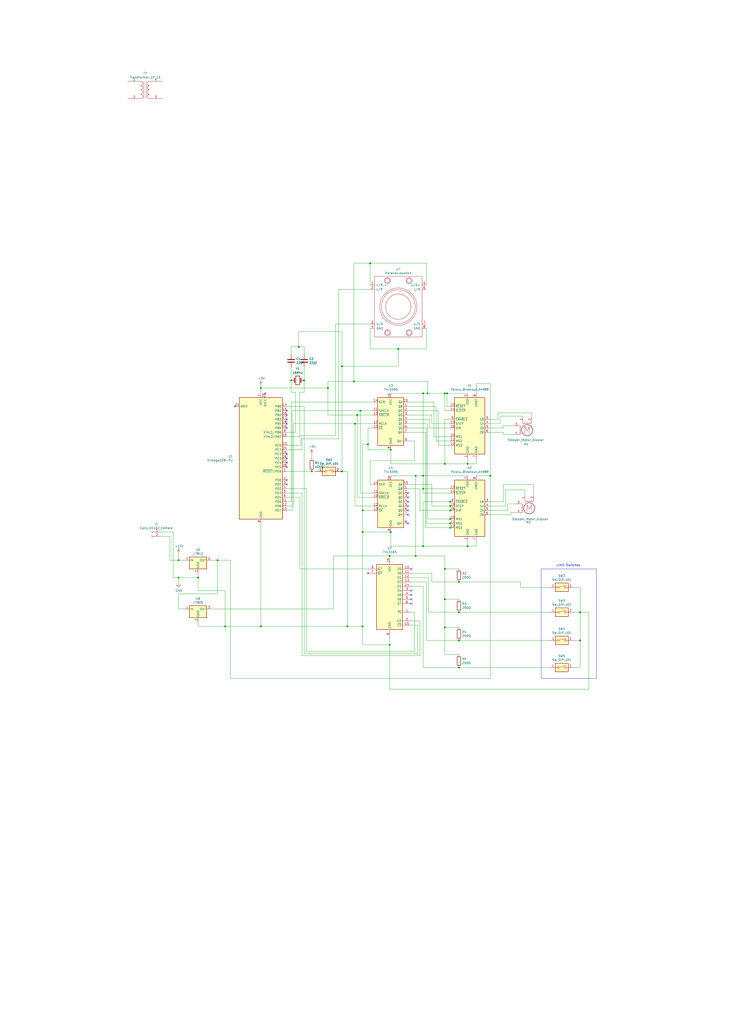
<source format=kicad_sch>
(kicad_sch (version 20230121) (generator eeschema)
  (paper "User" 431.8 599.999)
  (lib_symbols
    (symbol "74xx:74LS165"
      (property "Reference" "U" (at -7.62 19.05 0))
      (property "Value" "74LS165" (at -7.62 -21.59 0))
      (symbol "74LS165_1_0"
        (pin input line (at -12.7 -10.16 0) (length 5.08) (name "~{PL}") (number "1"))
        (pin input line (at -12.7 15.24 0) (length 5.08) (name "DS") (number "10"))
        (pin input line (at -12.7 12.7 0) (length 5.08) (name "D0") (number "11"))
        (pin input line (at -12.7 10.16 0) (length 5.08) (name "D1") (number "12"))
        (pin input line (at -12.7 7.62 0) (length 5.08) (name "D2") (number "13"))
        (pin input line (at -12.7 5.08 0) (length 5.08) (name "D3") (number "14"))
        (pin input line (at -12.7 -17.78 0) (length 5.08) (name "~{CE}") (number "15"))
        (pin power_in line (at 0 22.86 270) (length 5.08) (name "VCC") (number "16"))
        (pin input line (at -12.7 -15.24 0) (length 5.08) (name "CP") (number "2"))
        (pin input line (at -12.7 2.54 0) (length 5.08) (name "D4") (number "3"))
        (pin input line (at -12.7 0 0) (length 5.08) (name "D5") (number "4"))
        (pin input line (at -12.7 -2.54 0) (length 5.08) (name "D6") (number "5"))
        (pin input line (at -12.7 -5.08 0) (length 5.08) (name "D7") (number "6"))
        (pin output line (at 12.7 12.7 180) (length 5.08) (name "~{Q7}") (number "7"))
        (pin power_in line (at 0 -25.4 90) (length 5.08) (name "GND") (number "8"))
        (pin output line (at 12.7 15.24 180) (length 5.08) (name "Q7") (number "9"))
      )
      (symbol "74LS165_1_1"
        (rectangle (start -7.62 17.78) (end 7.62 -20.32) (stroke (width 0.254)) (fill (type background)))
      )
    )
    (symbol "74xx:74LS595"
      (property "Reference" "U" (at -7.62 13.97 0))
      (property "Value" "74LS595" (at -7.62 -16.51 0))
      (symbol "74LS595_1_0"
        (pin tri_state line (at 10.16 7.62 180) (length 2.54) (name "QB") (number "1"))
        (pin input line (at -10.16 2.54 0) (length 2.54) (name "~{SRCLR}") (number "10"))
        (pin input line (at -10.16 5.08 0) (length 2.54) (name "SRCLK") (number "11"))
        (pin input line (at -10.16 -2.54 0) (length 2.54) (name "RCLK") (number "12"))
        (pin input line (at -10.16 -5.08 0) (length 2.54) (name "~{OE}") (number "13"))
        (pin input line (at -10.16 10.16 0) (length 2.54) (name "SER") (number "14"))
        (pin tri_state line (at 10.16 10.16 180) (length 2.54) (name "QA") (number "15"))
        (pin power_in line (at 0 15.24 270) (length 2.54) (name "VCC") (number "16"))
        (pin tri_state line (at 10.16 5.08 180) (length 2.54) (name "QC") (number "2"))
        (pin tri_state line (at 10.16 2.54 180) (length 2.54) (name "QD") (number "3"))
        (pin tri_state line (at 10.16 0 180) (length 2.54) (name "QE") (number "4"))
        (pin tri_state line (at 10.16 -2.54 180) (length 2.54) (name "QF") (number "5"))
        (pin tri_state line (at 10.16 -5.08 180) (length 2.54) (name "QG") (number "6"))
        (pin tri_state line (at 10.16 -7.62 180) (length 2.54) (name "QH") (number "7"))
        (pin power_in line (at 0 -17.78 90) (length 2.54) (name "GND") (number "8"))
        (pin output line (at 10.16 -12.7 180) (length 2.54) (name "QH'") (number "9"))
      )
      (symbol "74LS595_1_1"
        (rectangle (start -7.62 12.7) (end 7.62 -15.24) (stroke (width 0.254)) (fill (type background)))
      )
    )
    (symbol "ClawMachine-rescue:ATmega328-PU-MCU_Microchip_ATmega"
      (property "Reference" "U" (at -12.7 36.83 0))
      (property "Value" "MCU_Microchip_ATmega_ATmega328-PU" (at 2.54 -36.83 0))
      (symbol "ATmega328-PU-MCU_Microchip_ATmega_0_1"
        (rectangle (start -12.7 -35.56) (end 12.7 35.56) (stroke (width 0.254)) (fill (type background)))
      )
      (symbol "ATmega328-PU-MCU_Microchip_ATmega_1_1"
        (pin bidirectional line (at 15.24 -7.62 180) (length 2.54) (name "~{RESET}/PC6") (number "1"))
        (pin bidirectional line (at 15.24 12.7 180) (length 2.54) (name "XTAL2/PB7") (number "10"))
        (pin bidirectional line (at 15.24 -25.4 180) (length 2.54) (name "PD5") (number "11"))
        (pin bidirectional line (at 15.24 -27.94 180) (length 2.54) (name "PD6") (number "12"))
        (pin bidirectional line (at 15.24 -30.48 180) (length 2.54) (name "PD7") (number "13"))
        (pin bidirectional line (at 15.24 30.48 180) (length 2.54) (name "PB0") (number "14"))
        (pin bidirectional line (at 15.24 27.94 180) (length 2.54) (name "PB1") (number "15"))
        (pin bidirectional line (at 15.24 25.4 180) (length 2.54) (name "PB2") (number "16"))
        (pin bidirectional line (at 15.24 22.86 180) (length 2.54) (name "PB3") (number "17"))
        (pin bidirectional line (at 15.24 20.32 180) (length 2.54) (name "PB4") (number "18"))
        (pin bidirectional line (at 15.24 17.78 180) (length 2.54) (name "PB5") (number "19"))
        (pin bidirectional line (at 15.24 -12.7 180) (length 2.54) (name "PD0") (number "2"))
        (pin power_in line (at 2.54 38.1 270) (length 2.54) (name "AVCC") (number "20"))
        (pin passive line (at -15.24 30.48 0) (length 2.54) (name "AREF") (number "21"))
        (pin passive line (at 0 -38.1 90) (length 2.54) hide (name "GND") (number "22"))
        (pin bidirectional line (at 15.24 7.62 180) (length 2.54) (name "PC0") (number "23"))
        (pin bidirectional line (at 15.24 5.08 180) (length 2.54) (name "PC1") (number "24"))
        (pin bidirectional line (at 15.24 2.54 180) (length 2.54) (name "PC2") (number "25"))
        (pin bidirectional line (at 15.24 0 180) (length 2.54) (name "PC3") (number "26"))
        (pin bidirectional line (at 15.24 -2.54 180) (length 2.54) (name "PC4") (number "27"))
        (pin bidirectional line (at 15.24 -5.08 180) (length 2.54) (name "PC5") (number "28"))
        (pin bidirectional line (at 15.24 -15.24 180) (length 2.54) (name "PD1") (number "3"))
        (pin bidirectional line (at 15.24 -17.78 180) (length 2.54) (name "PD2") (number "4"))
        (pin bidirectional line (at 15.24 -20.32 180) (length 2.54) (name "PD3") (number "5"))
        (pin bidirectional line (at 15.24 -22.86 180) (length 2.54) (name "PD4") (number "6"))
        (pin power_in line (at 0 38.1 270) (length 2.54) (name "VCC") (number "7"))
        (pin power_in line (at 0 -38.1 90) (length 2.54) (name "GND") (number "8"))
        (pin bidirectional line (at 15.24 15.24 180) (length 2.54) (name "XTAL1/PB6") (number "9"))
      )
    )
    (symbol "ClawMachine-rescue:Conn_01x02_Female-Connector" (pin_names (offset 1.016) hide)
      (property "Reference" "J" (at 0 2.54 0))
      (property "Value" "Connector_Conn_01x02_Female" (at 0 -5.08 0))
      (symbol "Conn_01x02_Female-Connector_1_1"
        (arc (start 0 -2.032) (mid -0.5058 -2.54) (end 0 -3.048) (stroke (width 0.1524)))
        (polyline (pts (xy -1.27 -2.54) (xy -0.508 -2.54)) (stroke (width 0.1524)))
        (polyline (pts (xy -1.27 0) (xy -0.508 0)) (stroke (width 0.1524)))
        (arc (start 0 0.508) (mid -0.5058 0) (end 0 -0.508) (stroke (width 0.1524)))
        (pin passive line (at -5.08 0 0) (length 3.81) (name "Pin_1") (number "1"))
        (pin passive line (at -5.08 -2.54 0) (length 3.81) (name "Pin_2") (number "2"))
      )
    )
    (symbol "ClawMachine-rescue:ParallaxJoystick-Connector" (pin_names (offset 1.016))
      (property "Reference" "U" (at 0 0 0))
      (property "Value" "Connector_ParallaxJoystick" (at 0 19.05 0))
      (symbol "ParallaxJoystick-Connector_0_1"
        (rectangle (start -13.97 17.78) (end 13.97 -17.78))
        (circle (center -6.35 -15.24) (radius 1.27))
        (circle (center -6.35 -15.24) (radius 1.8034))
        (circle (center -6.35 15.24) (radius 1.27))
        (circle (center -6.35 15.24) (radius 1.8034))
        (circle (center 0 0) (radius 7.4168))
        (circle (center 0 0) (radius 9.9314))
        (circle (center 0 0) (radius 10.922))
        (circle (center 6.35 -15.24) (radius 1.27))
        (circle (center 6.35 -15.24) (radius 1.8034))
        (circle (center 6.35 15.24) (radius 1.27))
        (circle (center 6.35 15.24) (radius 1.8034))
      )
      (symbol "ParallaxJoystick-Connector_1_1"
        (pin output line (at -16.51 12.7 0) (length 2.54) (name "L/R_+") (number "1"))
        (pin output line (at -16.51 10.16 0) (length 2.54) (name "L/R") (number "2"))
        (pin output line (at -16.51 -10.16 0) (length 2.54) (name "U/D") (number "3"))
        (pin output line (at -16.51 -12.7 0) (length 2.54) (name "GND") (number "4"))
        (pin output line (at 16.51 12.7 180) (length 2.54) (name "U/D+") (number "5"))
        (pin output line (at 16.51 10.16 180) (length 2.54) (name "L/R") (number "6"))
        (pin output line (at 16.51 -10.16 180) (length 2.54) (name "U/D") (number "7"))
        (pin output line (at 16.51 -12.7 180) (length 2.54) (name "GND") (number "8"))
      )
    )
    (symbol "Device:C" (pin_numbers hide) (pin_names (offset 0.254))
      (property "Reference" "C" (at 0.635 2.54 0))
      (property "Value" "C" (at 0.635 -2.54 0))
      (symbol "C_0_1"
        (polyline (pts (xy -2.032 -0.762) (xy 2.032 -0.762)) (stroke (width 0.508)))
        (polyline (pts (xy -2.032 0.762) (xy 2.032 0.762)) (stroke (width 0.508)))
      )
      (symbol "C_1_1"
        (pin passive line (at 0 3.81 270) (length 2.794) (name "~") (number "1"))
        (pin passive line (at 0 -3.81 90) (length 2.794) (name "~") (number "2"))
      )
    )
    (symbol "Device:Crystal" (pin_numbers hide) (pin_names (offset 1.016) hide)
      (property "Reference" "Y" (at 0 3.81 0))
      (property "Value" "Crystal" (at 0 -3.81 0))
      (symbol "Crystal_0_1"
        (rectangle (start -1.143 2.54) (end 1.143 -2.54) (stroke (width 0.3048)))
        (polyline (pts (xy -2.54 0) (xy -1.905 0)))
        (polyline (pts (xy -1.905 -1.27) (xy -1.905 1.27)) (stroke (width 0.508)))
        (polyline (pts (xy 1.905 -1.27) (xy 1.905 1.27)) (stroke (width 0.508)))
        (polyline (pts (xy 2.54 0) (xy 1.905 0)))
      )
      (symbol "Crystal_1_1"
        (pin passive line (at -3.81 0 0) (length 1.27) (name "1") (number "1"))
        (pin passive line (at 3.81 0 180) (length 1.27) (name "2") (number "2"))
      )
    )
    (symbol "Device:R" (pin_numbers hide) (pin_names (offset 0))
      (property "Reference" "R" (at 2.032 0 90))
      (property "Value" "R" (at 0 0 90))
      (symbol "R_0_1"
        (rectangle (start -1.016 -2.54) (end 1.016 2.54) (stroke (width 0.254)))
      )
      (symbol "R_1_1"
        (pin passive line (at 0 3.81 270) (length 1.27) (name "~") (number "1"))
        (pin passive line (at 0 -3.81 90) (length 1.27) (name "~") (number "2"))
      )
    )
    (symbol "Device:Transformer_1P_1S" (pin_names (offset 1.016) hide)
      (property "Reference" "T" (at 0 6.35 0))
      (property "Value" "Transformer_1P_1S" (at 0 -7.62 0))
      (symbol "Transformer_1P_1S_0_1"
        (arc (start -2.54 -5.0546) (mid -1.6599 -4.6901) (end -1.27 -3.81))
        (arc (start -2.54 -2.5146) (mid -1.6599 -2.1501) (end -1.27 -1.27))
        (arc (start -2.54 0.0254) (mid -1.6599 0.3899) (end -1.27 1.27))
        (arc (start -2.54 2.5654) (mid -1.6599 2.9299) (end -1.27 3.81))
        (arc (start -1.27 -3.81) (mid -1.642 -2.912) (end -2.54 -2.54))
        (arc (start -1.27 -1.27) (mid -1.642 -0.372) (end -2.54 0))
        (arc (start -1.27 1.27) (mid -1.642 2.168) (end -2.54 2.54))
        (arc (start -1.27 3.81) (mid -1.642 4.708) (end -2.54 5.08))
        (polyline (pts (xy -0.635 5.08) (xy -0.635 -5.08)))
        (polyline (pts (xy 0.635 -5.08) (xy 0.635 5.08)))
        (arc (start 1.2954 -1.27) (mid 1.6599 -2.1501) (end 2.54 -2.5146))
        (arc (start 1.2954 1.27) (mid 1.6599 0.3899) (end 2.54 0.0254))
        (arc (start 1.2954 3.81) (mid 1.6599 2.9299) (end 2.54 2.5654))
        (arc (start 1.3208 -3.81) (mid 1.6853 -4.6901) (end 2.5654 -5.0546))
        (arc (start 2.54 0) (mid 1.642 -0.372) (end 1.2954 -1.27))
        (arc (start 2.54 2.54) (mid 1.642 2.168) (end 1.2954 1.27))
        (arc (start 2.54 5.08) (mid 1.642 4.708) (end 1.2954 3.81))
        (arc (start 2.5654 -2.54) (mid 1.6674 -2.912) (end 1.3208 -3.81))
      )
      (symbol "Transformer_1P_1S_1_1"
        (pin passive line (at -10.16 5.08 0) (length 7.62) (name "AA") (number "1"))
        (pin passive line (at -10.16 -5.08 0) (length 7.62) (name "AB") (number "2"))
        (pin passive line (at 10.16 -5.08 180) (length 7.62) (name "SA") (number "3"))
        (pin passive line (at 10.16 5.08 180) (length 7.62) (name "SB") (number "4"))
      )
    )
    (symbol "Driver_Motor:Pololu_Breakout_A4988"
      (property "Reference" "A" (at -2.54 19.05 0))
      (property "Value" "Pololu_Breakout_A4988" (at -2.54 16.51 0))
      (symbol "Pololu_Breakout_A4988_0_1"
        (rectangle (start 10.16 -17.78) (end -7.62 15.24) (stroke (width 0.254)) (fill (type background)))
      )
      (symbol "Pololu_Breakout_A4988_1_1"
        (pin power_in line (at 0 -20.32 90) (length 2.54) (name "GND") (number "1"))
        (pin input line (at -10.16 -7.62 0) (length 2.54) (name "MS1") (number "10"))
        (pin input line (at -10.16 -10.16 0) (length 2.54) (name "MS2") (number "11"))
        (pin input line (at -10.16 -12.7 0) (length 2.54) (name "MS3") (number "12"))
        (pin input line (at -10.16 10.16 0) (length 2.54) (name "~{RESET}") (number "13"))
        (pin input line (at -10.16 7.62 0) (length 2.54) (name "~{SLEEP}") (number "14"))
        (pin input line (at -10.16 0 0) (length 2.54) (name "STEP") (number "15"))
        (pin input line (at -10.16 -2.54 0) (length 2.54) (name "DIR") (number "16"))
        (pin power_in line (at 0 17.78 270) (length 2.54) (name "VDD") (number "2"))
        (pin output line (at 12.7 2.54 180) (length 2.54) (name "1B") (number "3"))
        (pin output line (at 12.7 0 180) (length 2.54) (name "1A") (number "4"))
        (pin output line (at 12.7 -2.54 180) (length 2.54) (name "2A") (number "5"))
        (pin output line (at 12.7 -5.08 180) (length 2.54) (name "2B") (number "6"))
        (pin power_in line (at 5.08 -20.32 90) (length 2.54) (name "GND") (number "7"))
        (pin power_in line (at 5.08 17.78 270) (length 2.54) (name "VMOT") (number "8"))
        (pin input line (at -10.16 2.54 0) (length 2.54) (name "~{ENABLE}") (number "9"))
      )
    )
    (symbol "Motor:Stepper_Motor_bipolar" (pin_names (offset 0) hide)
      (property "Reference" "M" (at 3.81 2.54 0))
      (property "Value" "Stepper_Motor_bipolar" (at 3.81 1.27 0))
      (symbol "Stepper_Motor_bipolar_0_0"
        (polyline (pts (xy -1.27 -1.778) (xy -1.27 2.032) (xy 0 -0.508) (xy 1.27 2.032) (xy 1.27 -1.778)))
      )
      (symbol "Stepper_Motor_bipolar_0_1"
        (arc (start -4.445 -2.54) (mid -3.8127 -1.905) (end -4.445 -1.27))
        (arc (start -4.445 -1.27) (mid -3.8127 -0.635) (end -4.445 0))
        (arc (start -4.445 0) (mid -3.8127 0.635) (end -4.445 1.27))
        (arc (start -4.445 1.27) (mid -3.8127 1.905) (end -4.445 2.54))
        (arc (start -2.54 4.445) (mid -1.905 3.8127) (end -1.27 4.445))
        (arc (start -1.27 4.445) (mid -0.635 3.8127) (end 0 4.445))
        (polyline (pts (xy -5.08 -2.54) (xy -4.445 -2.54)))
        (polyline (pts (xy -5.08 2.54) (xy -4.445 2.54)))
        (polyline (pts (xy -2.54 5.08) (xy -2.54 4.445)))
        (polyline (pts (xy 2.54 5.08) (xy 2.54 4.445)))
        (circle (center 0 0) (radius 3.2512) (stroke (width 0.254)))
        (arc (start 0 4.445) (mid 0.635 3.8127) (end 1.27 4.445))
        (arc (start 1.27 4.445) (mid 1.905 3.8127) (end 2.54 4.445))
      )
      (symbol "Stepper_Motor_bipolar_1_1"
        (pin passive line (at -2.54 7.62 270) (length 2.54) (name "~") (number "1"))
        (pin passive line (at 2.54 7.62 270) (length 2.54) (name "-") (number "2"))
        (pin passive line (at -7.62 2.54 0) (length 2.54) (name "~") (number "3"))
        (pin passive line (at -7.62 -2.54 0) (length 2.54) (name "~") (number "4"))
      )
    )
    (symbol "Regulator_Linear:L7805" (pin_names (offset 0.254))
      (property "Reference" "U" (at -3.81 3.175 0))
      (property "Value" "L7805" (at 0 3.175 0))
      (symbol "L7805_0_1"
        (rectangle (start -5.08 1.905) (end 5.08 -5.08) (stroke (width 0.254)) (fill (type background)))
      )
      (symbol "L7805_1_1"
        (pin power_in line (at -7.62 0 0) (length 2.54) (name "IN") (number "1"))
        (pin power_in line (at 0 -7.62 90) (length 2.54) (name "GND") (number "2"))
        (pin power_out line (at 7.62 0 180) (length 2.54) (name "OUT") (number "3"))
      )
    )
    (symbol "Regulator_Linear:L7812" (pin_names (offset 0.254))
      (property "Reference" "U" (at -3.81 3.175 0))
      (property "Value" "L7812" (at 0 3.175 0))
      (symbol "L7812_0_1"
        (rectangle (start -5.08 1.905) (end 5.08 -5.08) (stroke (width 0.254)) (fill (type background)))
      )
      (symbol "L7812_1_1"
        (pin power_in line (at -7.62 0 0) (length 2.54) (name "IN") (number "1"))
        (pin power_in line (at 0 -7.62 90) (length 2.54) (name "GND") (number "2"))
        (pin power_out line (at 7.62 0 180) (length 2.54) (name "OUT") (number "3"))
      )
    )
    (symbol "Switch:SW_DIP_x01" (pin_names (offset 0) hide)
      (property "Reference" "SW" (at 0 3.81 0))
      (property "Value" "SW_DIP_x01" (at 0 -3.81 0))
      (symbol "SW_DIP_x01_0_0"
        (circle (center -2.032 0) (radius 0.508))
        (polyline (pts (xy -1.524 0.127) (xy 2.3622 1.1684)))
        (circle (center 2.032 0) (radius 0.508))
      )
      (symbol "SW_DIP_x01_0_1"
        (rectangle (start -3.81 2.54) (end 3.81 -2.54) (stroke (width 0.254)) (fill (type background)))
      )
      (symbol "SW_DIP_x01_1_1"
        (pin passive line (at -7.62 0 0) (length 5.08) (name "~") (number "1"))
        (pin passive line (at 7.62 0 180) (length 5.08) (name "~") (number "2"))
      )
    )
    (symbol "power:+12V" (power) (pin_names (offset 0))
      (property "Value" "+12V" (at 0 3.556 0))
      (symbol "+12V_0_1"
        (polyline (pts (xy -0.762 1.27) (xy 0 2.54)))
        (polyline (pts (xy 0 0) (xy 0 2.54)))
        (polyline (pts (xy 0 2.54) (xy 0.762 1.27)))
      )
      (symbol "+12V_1_1"
        (pin power_in line (at 0 0 90) (length 0) hide (name "+12V") (number "1"))
      )
    )
    (symbol "power:+5V" (power) (pin_names (offset 0))
      (property "Value" "+5V" (at 0 3.556 0))
      (symbol "+5V_0_1"
        (polyline (pts (xy -0.762 1.27) (xy 0 2.54)))
        (polyline (pts (xy 0 0) (xy 0 2.54)))
        (polyline (pts (xy 0 2.54) (xy 0.762 1.27)))
      )
      (symbol "+5V_1_1"
        (pin power_in line (at 0 0 90) (length 0) hide (name "+5V") (number "1"))
      )
    )
    (symbol "power:GND" (power) (pin_names (offset 0))
      (property "Value" "GND" (at 0 -3.81 0))
      (symbol "GND_0_1"
        (polyline (pts (xy 0 0) (xy 0 -1.27) (xy 1.27 -1.27) (xy 0 -2.54) (xy -1.27 -1.27) (xy 0 -1.27)))
      )
      (symbol "GND_1_1"
        (pin power_in line (at 0 0 270) (length 0) hide (name "GND") (number "1"))
      )
    )
  )
  (junction (at 264.16 309.245))
  (junction (at 274.32 271.78))
  (junction (at 212.725 311.785))
  (junction (at 127.635 328.295))
  (junction (at 203.835 367.03))
  (junction (at 104.775 328.295))
  (junction (at 175.26 203.2))
  (junction (at 260.985 367.665))
  (junction (at 170.815 222.885))
  (junction (at 182.88 276.225))
  (junction (at 260.985 333.375))
  (junction (at 229.235 311.785))
  (junction (at 340.36 358.775))
  (junction (at 264.16 294.005))
  (junction (at 217.17 154.305))
  (junction (at 260.985 351.155))
  (junction (at 248.285 286.385))
  (junction (at 209.55 243.205))
  (junction (at 262.255 230.505))
  (junction (at 243.84 278.765))
  (junction (at 269.24 340.995))
  (junction (at 264.16 299.085))
  (junction (at 153.035 227.33))
  (junction (at 207.645 223.52))
  (junction (at 250.825 230.505))
  (junction (at 243.84 325.755))
  (junction (at 178.435 222.885))
  (junction (at 228.6 377.825))
  (junction (at 274.32 320.04))
  (junction (at 215.9 260.35))
  (junction (at 116.205 338.455))
  (junction (at 200.66 276.225))
  (junction (at 264.16 304.165))
  (junction (at 260.985 230.505))
  (junction (at 269.24 375.285))
  (junction (at 200.66 214.63))
  (junction (at 340.36 375.285))
  (junction (at 233.68 204.47))
  (junction (at 132.08 367.03))
  (junction (at 192.405 227.33))
  (junction (at 269.24 391.16))
  (junction (at 104.775 338.455))
  (junction (at 208.28 248.285))
  (junction (at 212.725 367.03))
  (junction (at 287.655 278.765))
  (junction (at 260.985 271.78))
  (junction (at 211.455 240.665))
  (junction (at 248.285 230.505))
  (junction (at 229.235 263.525))
  (junction (at 153.035 367.03))
  (junction (at 248.285 278.765))
  (junction (at 264.16 306.705))
  (junction (at 228.6 325.755))
  (junction (at 212.725 299.085))
  (junction (at 248.285 320.04))
  (junction (at 264.16 296.545))
  (junction (at 269.24 358.775))
  (no_connect (at 168.275 243.205))
  (no_connect (at 155.575 230.505))
  (no_connect (at 168.275 250.825))
  (no_connect (at 239.395 306.705))
  (no_connect (at 168.275 271.145))
  (no_connect (at 241.3 346.075))
  (no_connect (at 137.795 238.125))
  (no_connect (at 168.275 248.285))
  (no_connect (at 241.3 351.155))
  (no_connect (at 168.275 245.745))
  (no_connect (at 239.395 288.925))
  (no_connect (at 168.275 273.685))
  (no_connect (at 168.275 283.845))
  (no_connect (at 215.9 335.915))
  (no_connect (at 239.395 291.465))
  (no_connect (at 239.395 296.545))
  (no_connect (at 239.395 299.085))
  (no_connect (at 241.3 353.695))
  (no_connect (at 241.3 348.615))
  (no_connect (at 239.395 301.625))
  (no_connect (at 168.275 266.065))
  (no_connect (at 239.395 294.005))
  (no_connect (at 168.275 240.665))
  (no_connect (at 168.275 281.305))
  (no_connect (at 241.3 333.375))
  (no_connect (at 168.275 268.605))
  (wire (pts (xy 104.775 338.455) (xy 104.775 341.63)))
  (wire (pts (xy 274.32 278.765) (xy 248.285 278.765)))
  (wire (pts (xy 260.985 333.375) (xy 260.985 325.755)))
  (wire (pts (xy 337.185 358.775) (xy 340.36 358.775)))
  (wire (pts (xy 250.19 250.825) (xy 250.19 306.705)))
  (wire (pts (xy 104.775 324.485) (xy 104.775 328.295)))
  (wire (pts (xy 93.98 314.325) (xy 99.695 314.325)))
  (wire (pts (xy 306.705 243.84) (xy 306.705 244.475)))
  (wire (pts (xy 212.725 311.785) (xy 229.235 311.785)))
  (wire (pts (xy 299.72 301.625) (xy 299.72 300.355)))
  (wire (pts (xy 178.435 222.885) (xy 178.435 215.265)))
  (wire (pts (xy 219.075 248.285) (xy 208.28 248.285)))
  (wire (pts (xy 209.55 243.205) (xy 209.55 291.465)))
  (wire (pts (xy 246.38 286.385) (xy 246.38 299.085)))
  (wire (pts (xy 239.395 240.665) (xy 257.175 240.665)))
  (wire (pts (xy 198.755 169.545) (xy 217.17 169.545)))
  (wire (pts (xy 198.755 169.545) (xy 198.755 257.175)))
  (wire (pts (xy 170.815 235.585) (xy 170.815 294.005)))
  (wire (pts (xy 274.32 271.78) (xy 279.4 271.78)))
  (wire (pts (xy 170.815 222.885) (xy 170.815 229.87)))
  (wire (pts (xy 203.835 276.225) (xy 203.835 367.03)))
  (wire (pts (xy 264.16 299.085) (xy 264.795 299.085)))
  (wire (pts (xy 127.635 328.295) (xy 127.635 347.98)))
  (wire (pts (xy 313.055 283.845) (xy 313.055 290.195)))
  (wire (pts (xy 245.11 366.395) (xy 245.11 382.905)))
  (wire (pts (xy 209.55 243.205) (xy 192.405 243.205)))
  (wire (pts (xy 207.645 154.305) (xy 217.17 154.305)))
  (wire (pts (xy 215.9 260.35) (xy 212.725 260.35)))
  (wire (pts (xy 217.17 154.305) (xy 250.19 154.305)))
  (wire (pts (xy 192.405 243.205) (xy 192.405 227.33)))
  (wire (pts (xy 173.355 229.87) (xy 173.355 253.365)))
  (wire (pts (xy 219.075 240.665) (xy 211.455 240.665)))
  (wire (pts (xy 264.16 294.005) (xy 248.285 294.005)))
  (wire (pts (xy 212.725 311.785) (xy 212.725 299.085)))
  (wire (pts (xy 153.035 306.705) (xy 153.035 367.03)))
  (wire (pts (xy 257.175 260.985) (xy 264.16 260.985)))
  (wire (pts (xy 295.275 283.845) (xy 313.055 283.845)))
  (wire (pts (xy 253.365 243.205) (xy 253.365 248.285)))
  (polyline (pts (xy 317.5 333.375) (xy 317.5 397.51)))
  (wire (pts (xy 200.66 276.225) (xy 200.66 214.63)))
  (wire (pts (xy 217.17 283.845) (xy 219.075 283.845)))
  (wire (pts (xy 168.275 276.225) (xy 182.88 276.225)))
  (wire (pts (xy 233.68 204.47) (xy 250.19 204.47)))
  (wire (pts (xy 307.975 287.02) (xy 307.975 290.195)))
  (wire (pts (xy 101.6 338.455) (xy 104.775 338.455)))
  (wire (pts (xy 176.53 260.985) (xy 168.275 260.985)))
  (wire (pts (xy 178.435 207.645) (xy 178.435 203.2)))
  (wire (pts (xy 239.395 253.365) (xy 249.555 253.365)))
  (wire (pts (xy 101.6 311.785) (xy 101.6 338.455)))
  (wire (pts (xy 250.825 248.285) (xy 250.825 304.165)))
  (wire (pts (xy 250.825 223.52) (xy 250.825 230.505)))
  (wire (pts (xy 246.38 299.085) (xy 264.16 299.085)))
  (wire (pts (xy 182.88 266.065) (xy 182.88 268.605)))
  (wire (pts (xy 208.28 296.545) (xy 219.075 296.545)))
  (wire (pts (xy 192.405 223.52) (xy 207.645 223.52)))
  (wire (pts (xy 170.815 294.005) (xy 168.275 294.005)))
  (wire (pts (xy 219.075 235.585) (xy 170.815 235.585)))
  (wire (pts (xy 279.4 224.79) (xy 287.655 224.79)))
  (wire (pts (xy 229.235 278.765) (xy 243.84 278.765)))
  (wire (pts (xy 254.635 235.585) (xy 254.635 255.905)))
  (wire (pts (xy 337.185 391.16) (xy 340.36 391.16)))
  (wire (pts (xy 198.755 257.175) (xy 177.165 257.175)))
  (wire (pts (xy 252.095 250.825) (xy 252.095 245.745)))
  (wire (pts (xy 228.6 377.825) (xy 228.6 374.015)))
  (wire (pts (xy 104.775 347.98) (xy 104.775 356.87)))
  (wire (pts (xy 269.24 351.155) (xy 260.985 351.155)))
  (wire (pts (xy 246.38 363.855) (xy 246.38 384.175)))
  (wire (pts (xy 207.645 154.305) (xy 207.645 223.52)))
  (wire (pts (xy 177.165 263.525) (xy 168.275 263.525)))
  (wire (pts (xy 287.02 294.005) (xy 295.275 294.005)))
  (wire (pts (xy 215.9 250.825) (xy 219.075 250.825)))
  (wire (pts (xy 260.985 333.375) (xy 260.985 351.155)))
  (wire (pts (xy 200.66 194.31) (xy 175.26 194.31)))
  (wire (pts (xy 287.655 397.51) (xy 135.255 397.51)))
  (wire (pts (xy 239.395 243.205) (xy 253.365 243.205)))
  (wire (pts (xy 287.655 224.79) (xy 287.655 278.765)))
  (wire (pts (xy 99.695 328.295) (xy 104.775 328.295)))
  (wire (pts (xy 217.17 192.405) (xy 217.17 204.47)))
  (wire (pts (xy 171.45 299.085) (xy 168.275 299.085)))
  (wire (pts (xy 217.17 269.875) (xy 217.17 283.845)))
  (wire (pts (xy 217.17 167.005) (xy 217.17 154.305)))
  (wire (pts (xy 274.32 320.04) (xy 279.4 320.04)))
  (wire (pts (xy 93.98 311.785) (xy 101.6 311.785)))
  (wire (pts (xy 297.815 295.275) (xy 302.895 295.275)))
  (wire (pts (xy 215.9 263.525) (xy 215.9 260.35)))
  (wire (pts (xy 243.205 381.635) (xy 179.705 381.635)))
  (wire (pts (xy 229.235 320.04) (xy 248.285 320.04)))
  (wire (pts (xy 170.815 222.885) (xy 170.815 215.265)))
  (wire (pts (xy 296.545 296.545) (xy 296.545 287.02)))
  (wire (pts (xy 260.985 325.755) (xy 243.84 325.755)))
  (wire (pts (xy 241.3 358.775) (xy 243.205 358.775)))
  (wire (pts (xy 243.205 258.445) (xy 243.205 269.875)))
  (wire (pts (xy 249.555 253.365) (xy 249.555 309.245)))
  (wire (pts (xy 248.285 278.765) (xy 248.285 230.505)))
  (wire (pts (xy 252.095 245.745) (xy 239.395 245.745)))
  (wire (pts (xy 207.645 223.52) (xy 250.825 223.52)))
  (wire (pts (xy 176.53 255.27) (xy 176.53 260.985)))
  (wire (pts (xy 200.66 214.63) (xy 200.66 194.31)))
  (wire (pts (xy 233.68 214.63) (xy 233.68 204.47)))
  (wire (pts (xy 269.24 358.775) (xy 321.945 358.775)))
  (wire (pts (xy 279.4 320.04) (xy 279.4 316.865)))
  (wire (pts (xy 228.6 325.755) (xy 243.84 325.755)))
  (wire (pts (xy 295.275 254.635) (xy 301.625 254.635)))
  (wire (pts (xy 287.02 248.285) (xy 293.37 248.285)))
  (wire (pts (xy 173.355 253.365) (xy 168.275 253.365)))
  (wire (pts (xy 269.24 383.54) (xy 260.985 383.54)))
  (wire (pts (xy 153.035 226.06) (xy 153.035 227.33)))
  (wire (pts (xy 260.985 271.78) (xy 274.32 271.78)))
  (wire (pts (xy 104.775 338.455) (xy 116.205 338.455)))
  (wire (pts (xy 243.205 269.875) (xy 217.17 269.875)))
  (wire (pts (xy 153.035 367.03) (xy 203.835 367.03)))
  (wire (pts (xy 116.205 346.075) (xy 132.08 346.075)))
  (wire (pts (xy 196.85 189.865) (xy 196.85 255.27)))
  (wire (pts (xy 219.075 243.205) (xy 209.55 243.205)))
  (wire (pts (xy 250.19 154.305) (xy 250.19 167.005)))
  (wire (pts (xy 170.815 203.2) (xy 170.815 207.645)))
  (wire (pts (xy 170.815 229.87) (xy 173.355 229.87)))
  (wire (pts (xy 305.435 340.995) (xy 305.435 344.17)))
  (wire (pts (xy 123.825 356.87) (xy 195.58 356.87)))
  (wire (pts (xy 264.16 309.245) (xy 264.795 309.245)))
  (wire (pts (xy 132.08 346.075) (xy 132.08 367.03)))
  (wire (pts (xy 269.24 340.995) (xy 253.365 340.995)))
  (wire (pts (xy 127.635 347.98) (xy 104.775 347.98)))
  (wire (pts (xy 208.28 248.285) (xy 172.085 248.285)))
  (wire (pts (xy 132.08 367.03) (xy 153.035 367.03)))
  (wire (pts (xy 264.16 306.705) (xy 264.795 306.705)))
  (wire (pts (xy 229.235 263.525) (xy 229.235 271.78)))
  (wire (pts (xy 340.36 391.16) (xy 340.36 375.285)))
  (wire (pts (xy 175.26 194.31) (xy 175.26 203.2)))
  (wire (pts (xy 248.285 391.16) (xy 248.285 343.535)))
  (wire (pts (xy 215.9 263.525) (xy 229.235 263.525)))
  (wire (pts (xy 215.9 333.375) (xy 175.895 333.375)))
  (wire (pts (xy 248.285 294.005) (xy 248.285 320.04)))
  (wire (pts (xy 248.285 286.385) (xy 248.285 278.765)))
  (wire (pts (xy 171.45 240.665) (xy 171.45 299.085)))
  (wire (pts (xy 262.255 238.125) (xy 262.255 230.505)))
  (wire (pts (xy 196.85 189.865) (xy 217.17 189.865)))
  (wire (pts (xy 239.395 235.585) (xy 254.635 235.585)))
  (wire (pts (xy 260.985 383.54) (xy 260.985 367.665)))
  (wire (pts (xy 287.655 278.765) (xy 279.4 278.765)))
  (wire (pts (xy 248.285 343.535) (xy 241.3 343.535)))
  (wire (pts (xy 175.895 291.465) (xy 168.275 291.465)))
  (wire (pts (xy 305.435 344.17) (xy 321.945 344.17)))
  (wire (pts (xy 99.695 314.325) (xy 99.695 328.295)))
  (wire (pts (xy 211.455 288.925) (xy 219.075 288.925)))
  (wire (pts (xy 212.725 311.785) (xy 212.725 367.03)))
  (wire (pts (xy 269.24 375.285) (xy 250.19 375.285)))
  (wire (pts (xy 243.84 325.755) (xy 243.84 278.765)))
  (wire (pts (xy 292.1 241.935) (xy 311.785 241.935)))
  (wire (pts (xy 287.02 301.625) (xy 299.72 301.625)))
  (wire (pts (xy 299.72 300.355) (xy 302.895 300.355)))
  (wire (pts (xy 264.16 288.925) (xy 248.285 288.925)))
  (wire (pts (xy 274.32 320.04) (xy 274.32 316.865)))
  (wire (pts (xy 241.3 366.395) (xy 245.11 366.395)))
  (wire (pts (xy 250.825 304.165) (xy 264.16 304.165)))
  (wire (pts (xy 253.365 296.545) (xy 264.16 296.545)))
  (wire (pts (xy 279.4 271.78) (xy 279.4 268.605)))
  (wire (pts (xy 229.235 271.78) (xy 260.985 271.78)))
  (wire (pts (xy 177.165 257.175) (xy 177.165 263.525)))
  (wire (pts (xy 260.985 245.745) (xy 260.985 271.78)))
  (wire (pts (xy 177.165 288.925) (xy 168.275 288.925)))
  (polyline (pts (xy 349.885 333.375) (xy 317.5 333.375)))
  (wire (pts (xy 132.08 367.03) (xy 116.205 367.03)))
  (wire (pts (xy 260.985 367.665) (xy 260.985 351.155)))
  (wire (pts (xy 228.6 403.86) (xy 228.6 377.825)))
  (wire (pts (xy 175.895 333.375) (xy 175.895 291.465)))
  (wire (pts (xy 293.37 248.285) (xy 293.37 243.84)))
  (wire (pts (xy 239.395 258.445) (xy 243.205 258.445)))
  (wire (pts (xy 260.985 230.505) (xy 250.825 230.505)))
  (wire (pts (xy 239.395 238.125) (xy 255.905 238.125)))
  (wire (pts (xy 260.985 240.665) (xy 260.985 230.505)))
  (wire (pts (xy 257.175 240.665) (xy 257.175 260.985)))
  (wire (pts (xy 212.725 367.03) (xy 212.725 377.825)))
  (wire (pts (xy 340.36 375.285) (xy 340.36 358.775)))
  (wire (pts (xy 239.395 286.385) (xy 246.38 286.385)))
  (wire (pts (xy 239.395 283.845) (xy 253.365 283.845)))
  (wire (pts (xy 209.55 291.465) (xy 219.075 291.465)))
  (wire (pts (xy 178.435 382.905) (xy 178.435 238.125)))
  (wire (pts (xy 178.435 203.2) (xy 175.26 203.2)))
  (wire (pts (xy 264.16 304.165) (xy 264.795 304.165)))
  (wire (pts (xy 168.275 296.545) (xy 172.085 296.545)))
  (wire (pts (xy 200.66 214.63) (xy 233.68 214.63)))
  (wire (pts (xy 153.035 227.33) (xy 192.405 227.33)))
  (wire (pts (xy 251.46 338.455) (xy 241.3 338.455)))
  (wire (pts (xy 249.555 309.245) (xy 264.16 309.245)))
  (wire (pts (xy 295.275 250.825) (xy 295.275 249.555)))
  (wire (pts (xy 248.285 230.505) (xy 229.235 230.505)))
  (wire (pts (xy 255.905 258.445) (xy 264.16 258.445)))
  (polyline (pts (xy 349.885 397.51) (xy 349.885 333.375)))
  (wire (pts (xy 264.16 294.005) (xy 264.795 294.005)))
  (wire (pts (xy 250.19 306.705) (xy 264.16 306.705)))
  (wire (pts (xy 211.455 240.665) (xy 171.45 240.665)))
  (wire (pts (xy 178.435 229.87) (xy 175.895 229.87)))
  (wire (pts (xy 287.02 299.085) (xy 297.815 299.085)))
  (wire (pts (xy 179.705 286.385) (xy 168.275 286.385)))
  (wire (pts (xy 274.32 230.505) (xy 262.255 230.505)))
  (wire (pts (xy 297.815 299.085) (xy 297.815 295.275)))
  (wire (pts (xy 178.435 238.125) (xy 168.275 238.125)))
  (wire (pts (xy 264.16 286.385) (xy 248.285 286.385)))
  (wire (pts (xy 241.3 363.855) (xy 246.38 363.855)))
  (wire (pts (xy 250.19 340.995) (xy 241.3 340.995)))
  (wire (pts (xy 179.705 381.635) (xy 179.705 286.385)))
  (wire (pts (xy 123.825 328.295) (xy 127.635 328.295)))
  (wire (pts (xy 269.24 391.16) (xy 321.945 391.16)))
  (polyline (pts (xy 317.5 397.51) (xy 349.885 397.51)))
  (wire (pts (xy 116.205 367.03) (xy 116.205 364.49)))
  (wire (pts (xy 172.085 248.285) (xy 172.085 296.545)))
  (wire (pts (xy 116.205 335.915) (xy 116.205 338.455)))
  (wire (pts (xy 340.36 358.775) (xy 345.44 358.775)))
  (wire (pts (xy 274.32 268.605) (xy 274.32 271.78)))
  (wire (pts (xy 287.02 296.545) (xy 296.545 296.545)))
  (wire (pts (xy 212.725 260.35) (xy 212.725 299.085)))
  (wire (pts (xy 269.24 333.375) (xy 260.985 333.375)))
  (wire (pts (xy 340.36 344.17) (xy 340.36 358.775)))
  (wire (pts (xy 292.1 245.745) (xy 292.1 241.935)))
  (wire (pts (xy 253.365 283.845) (xy 253.365 296.545)))
  (wire (pts (xy 245.11 382.905) (xy 178.435 382.905)))
  (wire (pts (xy 243.84 278.765) (xy 248.285 278.765)))
  (wire (pts (xy 135.255 328.295) (xy 127.635 328.295)))
  (wire (pts (xy 251.46 358.775) (xy 251.46 338.455)))
  (wire (pts (xy 264.16 250.825) (xy 252.095 250.825)))
  (wire (pts (xy 345.44 403.86) (xy 228.6 403.86)))
  (wire (pts (xy 293.37 243.84) (xy 306.705 243.84)))
  (wire (pts (xy 212.725 377.825) (xy 228.6 377.825)))
  (wire (pts (xy 192.405 227.33) (xy 192.405 223.52)))
  (wire (pts (xy 269.24 340.995) (xy 305.435 340.995)))
  (wire (pts (xy 135.255 397.51) (xy 135.255 328.295)))
  (wire (pts (xy 269.24 358.775) (xy 251.46 358.775)))
  (wire (pts (xy 250.19 204.47) (xy 250.19 192.405)))
  (wire (pts (xy 250.825 230.505) (xy 248.285 230.505)))
  (wire (pts (xy 345.44 358.775) (xy 345.44 403.86)))
  (wire (pts (xy 104.775 328.295) (xy 108.585 328.295)))
  (wire (pts (xy 264.16 238.125) (xy 262.255 238.125)))
  (wire (pts (xy 295.275 253.365) (xy 295.275 254.635)))
  (wire (pts (xy 295.275 294.005) (xy 295.275 283.845)))
  (wire (pts (xy 153.035 227.33) (xy 153.035 230.505)))
  (wire (pts (xy 287.02 250.825) (xy 295.275 250.825)))
  (wire (pts (xy 253.365 340.995) (xy 253.365 335.915)))
  (wire (pts (xy 337.185 344.17) (xy 340.36 344.17)))
  (wire (pts (xy 264.16 296.545) (xy 264.795 296.545)))
  (wire (pts (xy 253.365 248.285) (xy 264.16 248.285)))
  (wire (pts (xy 195.58 325.755) (xy 228.6 325.755)))
  (wire (pts (xy 203.835 367.03) (xy 212.725 367.03)))
  (wire (pts (xy 208.28 248.285) (xy 208.28 296.545)))
  (wire (pts (xy 175.26 203.2) (xy 170.815 203.2)))
  (wire (pts (xy 295.275 249.555) (xy 301.625 249.555)))
  (wire (pts (xy 239.395 250.825) (xy 250.19 250.825)))
  (wire (pts (xy 243.205 358.775) (xy 243.205 381.635)))
  (wire (pts (xy 255.905 238.125) (xy 255.905 258.445)))
  (wire (pts (xy 212.725 299.085) (xy 219.075 299.085)))
  (wire (pts (xy 239.395 248.285) (xy 250.825 248.285)))
  (wire (pts (xy 229.235 311.785) (xy 229.235 320.04)))
  (wire (pts (xy 196.85 255.27) (xy 176.53 255.27)))
  (wire (pts (xy 246.38 384.175) (xy 177.165 384.175)))
  (wire (pts (xy 287.02 253.365) (xy 295.275 253.365)))
  (wire (pts (xy 287.02 245.745) (xy 292.1 245.745)))
  (wire (pts (xy 296.545 287.02) (xy 307.975 287.02)))
  (wire (pts (xy 269.24 391.16) (xy 248.285 391.16)))
  (wire (pts (xy 269.24 367.665) (xy 260.985 367.665)))
  (wire (pts (xy 279.4 224.79) (xy 279.4 230.505)))
  (wire (pts (xy 217.17 204.47) (xy 233.68 204.47)))
  (wire (pts (xy 253.365 335.915) (xy 241.3 335.915)))
  (wire (pts (xy 195.58 356.87) (xy 195.58 325.755)))
  (wire (pts (xy 175.895 255.905) (xy 168.275 255.905)))
  (wire (pts (xy 269.24 375.285) (xy 321.945 375.285)))
  (wire (pts (xy 215.9 260.35) (xy 215.9 250.825)))
  (wire (pts (xy 116.205 338.455) (xy 116.205 346.075)))
  (wire (pts (xy 264.16 240.665) (xy 260.985 240.665)))
  (wire (pts (xy 175.895 229.87) (xy 175.895 255.905)))
  (wire (pts (xy 254.635 255.905) (xy 264.16 255.905)))
  (wire (pts (xy 250.19 375.285) (xy 250.19 340.995)))
  (wire (pts (xy 248.285 288.925) (xy 248.285 286.385)))
  (wire (pts (xy 248.285 320.04) (xy 274.32 320.04)))
  (wire (pts (xy 177.165 384.175) (xy 177.165 288.925)))
  (wire (pts (xy 178.435 222.885) (xy 178.435 229.87)))
  (wire (pts (xy 200.66 276.225) (xy 203.835 276.225)))
  (wire (pts (xy 104.775 356.87) (xy 108.585 356.87)))
  (wire (pts (xy 182.88 276.225) (xy 185.42 276.225)))
  (wire (pts (xy 311.785 241.935) (xy 311.785 244.475)))
  (wire (pts (xy 287.655 278.765) (xy 287.655 397.51)))
  (wire (pts (xy 337.185 375.285) (xy 340.36 375.285)))
  (wire (pts (xy 211.455 240.665) (xy 211.455 288.925)))
  (wire (pts (xy 264.16 245.745) (xy 260.985 245.745)))
  (wire (pts (xy 262.255 230.505) (xy 260.985 230.505)))
  (text "Limit Switches" (at 326.39 332.105 0) (effects (font (size 1.27 1.27)) (justify left bottom)))
  (symbol (lib_id "ClawMachine-rescue:ATmega328-PU-MCU_Microchip_ATmega") (at 153.035 268.605 0) (unit 1)
    (property "Reference" "U1" (at 136.6774 267.4366 0) (effects (justify right)))
    (property "Value" "ATmega328-PU" (at 136.6774 269.748 0) (effects (justify right)))
    (property "Footprint" "Package_DIP:DIP-28_W7.62mm" (effects hide))
    (property "Datasheet" "http://ww1.microchip.com/downloads/en/DeviceDoc/ATmega328_P%20AVR%20MCU%20with%20picoPower%20Technology%20Data%20Sheet%2040001984A.pdf" (effects hide))
  )
  (symbol (lib_id "power:+5V") (at 153.035 226.06 0) (unit 1)
    (property "Reference" "#PWR0101" (effects hide))
    (property "Value" "+5V" (at 153.416 221.6658 0))
  )
  (symbol (lib_id "74xx:74LS595") (at 229.235 245.745 0) (unit 1)
    (property "Reference" "U3" (at 229.235 225.9076 0))
    (property "Value" "74LS595" (at 229.235 228.219 0))
    (property "Footprint" "Package_DIP:DIP-16_W7.62mm_LongPads" (effects hide))
    (property "Datasheet" "http://www.ti.com/lit/gpn/sn74ls595" (effects hide))
  )
  (symbol (lib_id "Driver_Motor:Pololu_Breakout_A4988") (at 274.32 248.285 0) (unit 1)
    (property "Reference" "A1" (at 275.59 225.9076 0))
    (property "Value" "Pololu_Breakout_A4988" (at 275.59 228.219 0))
    (property "Footprint" "Module:Pololu_Breakout-16_15.2x20.3mm" (effects hide))
    (property "Datasheet" "https://www.pololu.com/product/2980/pictures" (effects hide))
  )
  (symbol (lib_id "Switch:SW_DIP_x01") (at 329.565 358.775 0) (unit 1)
    (property "Reference" "SW3" (at 329.565 351.9932 0))
    (property "Value" "SW_DIP_x01" (at 329.565 354.3046 0))
    (property "Footprint" "Connector_PinHeader_2.54mm:PinHeader_1x02_P2.54mm_Vertical" (effects hide))
  )
  (symbol (lib_id "Switch:SW_DIP_x01") (at 193.04 276.225 0) (unit 1)
    (property "Reference" "SW1" (at 193.04 269.4432 0))
    (property "Value" "SW_DIP_x01" (at 193.04 271.7546 0))
    (property "Footprint" "Button_Switch_THT:SW_PUSH_6mm" (effects hide))
  )
  (symbol (lib_id "Device:R") (at 182.88 272.415 0) (unit 1)
    (property "Reference" "R1" (at 184.658 271.2466 0) (effects (justify left)))
    (property "Value" "10KΩ" (at 184.658 273.558 0) (effects (justify left)))
    (property "Footprint" "Resistor_THT:R_Axial_DIN0204_L3.6mm_D1.6mm_P5.08mm_Horizontal" (effects hide))
  )
  (symbol (lib_id "power:+5V") (at 182.88 266.065 0) (unit 1)
    (property "Reference" "#PWR0103" (effects hide))
    (property "Value" "+5V" (at 183.261 261.6708 0))
  )
  (symbol (lib_id "Motor:Stepper_Motor_bipolar") (at 309.245 252.095 0) (unit 1)
    (property "Reference" "M1" (at 307.34 260.35 0) (effects (justify left)))
    (property "Value" "Stepper_Motor_bipolar" (at 297.815 257.81 0) (effects (justify left)))
    (property "Footprint" "Connector_PinHeader_2.54mm:PinHeader_1x04_P2.54mm_Vertical" (effects hide))
    (property "Datasheet" "http://www.infineon.com/dgdl/Application-Note-TLE8110EE_driving_UniPolarStepperMotor_V1.1.pdf?fileId=db3a30431be39b97011be5d0aa0a00b0" (effects hide))
  )
  (symbol (lib_id "74xx:74LS595") (at 229.235 294.005 0) (unit 1)
    (property "Reference" "U4" (at 229.235 274.1676 0))
    (property "Value" "74LS595" (at 229.235 276.479 0))
    (property "Footprint" "Package_DIP:DIP-16_W7.62mm_LongPads" (effects hide))
    (property "Datasheet" "http://www.ti.com/lit/gpn/sn74ls595" (effects hide))
  )
  (symbol (lib_id "Driver_Motor:Pololu_Breakout_A4988") (at 274.32 296.545 0) (unit 1)
    (property "Reference" "A2" (at 275.59 274.1676 0))
    (property "Value" "Pololu_Breakout_A4988" (at 275.59 276.479 0))
    (property "Footprint" "Module:Pololu_Breakout-16_15.2x20.3mm" (effects hide))
    (property "Datasheet" "https://www.pololu.com/product/2980/pictures" (effects hide))
  )
  (symbol (lib_id "Motor:Stepper_Motor_bipolar") (at 310.515 297.815 0) (unit 1)
    (property "Reference" "M2" (at 308.61 306.07 0) (effects (justify left)))
    (property "Value" "Stepper_Motor_bipolar" (at 300.355 304.165 0) (effects (justify left)))
    (property "Footprint" "Connector_PinHeader_2.54mm:PinHeader_1x04_P2.54mm_Vertical" (effects hide))
    (property "Datasheet" "http://www.infineon.com/dgdl/Application-Note-TLE8110EE_driving_UniPolarStepperMotor_V1.1.pdf?fileId=db3a30431be39b97011be5d0aa0a00b0" (effects hide))
  )
  (symbol (lib_id "Device:R") (at 269.24 354.965 0) (unit 1)
    (property "Reference" "R3" (at 271.018 353.7966 0) (effects (justify left)))
    (property "Value" "250Ω" (at 271.018 356.108 0) (effects (justify left)))
    (property "Footprint" "Resistor_THT:R_Axial_DIN0204_L3.6mm_D1.6mm_P5.08mm_Horizontal" (effects hide))
  )
  (symbol (lib_id "Switch:SW_DIP_x01") (at 329.565 344.17 0) (unit 1)
    (property "Reference" "SW2" (at 329.565 337.3882 0))
    (property "Value" "SW_DIP_x01" (at 329.565 339.6996 0))
    (property "Footprint" "Connector_PinHeader_2.54mm:PinHeader_1x02_P2.54mm_Vertical" (effects hide))
  )
  (symbol (lib_id "Device:R") (at 269.24 337.185 0) (unit 1)
    (property "Reference" "R2" (at 271.018 336.0166 0) (effects (justify left)))
    (property "Value" "250Ω" (at 271.018 338.328 0) (effects (justify left)))
    (property "Footprint" "Resistor_THT:R_Axial_DIN0204_L3.6mm_D1.6mm_P5.08mm_Horizontal" (effects hide))
  )
  (symbol (lib_id "74xx:74LS165") (at 228.6 348.615 0) (mirror y) (unit 1)
    (property "Reference" "U2" (at 228.6 321.1576 0))
    (property "Value" "74LS165" (at 228.6 323.469 0))
    (property "Footprint" "Package_DIP:DIP-16_W7.62mm_LongPads" (effects hide))
    (property "Datasheet" "https://www.ti.com/lit/ds/symlink/sn74ls165a.pdf" (effects hide))
  )
  (symbol (lib_id "Device:R") (at 269.24 371.475 0) (unit 1)
    (property "Reference" "R4" (at 271.018 370.3066 0) (effects (justify left)))
    (property "Value" "250Ω" (at 271.018 372.618 0) (effects (justify left)))
    (property "Footprint" "Resistor_THT:R_Axial_DIN0204_L3.6mm_D1.6mm_P5.08mm_Horizontal" (effects hide))
  )
  (symbol (lib_id "Device:R") (at 269.24 387.35 0) (unit 1)
    (property "Reference" "R5" (at 271.018 386.1816 0) (effects (justify left)))
    (property "Value" "250Ω" (at 271.018 388.493 0) (effects (justify left)))
    (property "Footprint" "Resistor_THT:R_Axial_DIN0204_L3.6mm_D1.6mm_P5.08mm_Horizontal" (effects hide))
  )
  (symbol (lib_id "Switch:SW_DIP_x01") (at 329.565 375.285 0) (unit 1)
    (property "Reference" "SW4" (at 329.565 368.5032 0))
    (property "Value" "SW_DIP_x01" (at 329.565 370.8146 0))
    (property "Footprint" "Connector_PinHeader_2.54mm:PinHeader_1x02_P2.54mm_Vertical" (effects hide))
  )
  (symbol (lib_id "Switch:SW_DIP_x01") (at 329.565 391.16 0) (unit 1)
    (property "Reference" "SW5" (at 329.565 384.3782 0))
    (property "Value" "SW_DIP_x01" (at 329.565 386.6896 0))
    (property "Footprint" "Connector_PinHeader_2.54mm:PinHeader_1x02_P2.54mm_Vertical" (effects hide))
  )
  (symbol (lib_id "Device:Transformer_1P_1S") (at 85.09 52.705 0) (unit 1)
    (property "Reference" "T?" (at 85.09 43.0276 0))
    (property "Value" "Transformer_1P_1S" (at 85.09 45.339 0))
  )
  (symbol (lib_id "Regulator_Linear:L7812") (at 116.205 328.295 0) (unit 1)
    (property "Reference" "U5" (at 116.205 322.1482 0))
    (property "Value" "L7812" (at 116.205 324.4596 0))
    (property "Footprint" "Connector_PinHeader_2.54mm:PinHeader_1x03_P2.54mm_Vertical" (effects hide))
    (property "Datasheet" "http://www.st.com/content/ccc/resource/technical/document/datasheet/41/4f/b3/b0/12/d4/47/88/CD00000444.pdf/files/CD00000444.pdf/jcr:content/translations/en.CD00000444.pdf" (effects hide))
  )
  (symbol (lib_id "Regulator_Linear:L7805") (at 116.205 356.87 0) (unit 1)
    (property "Reference" "U6" (at 116.205 350.7232 0))
    (property "Value" "L7805" (at 116.205 353.0346 0))
    (property "Footprint" "Connector_PinHeader_2.54mm:PinHeader_1x03_P2.54mm_Vertical" (effects hide))
    (property "Datasheet" "http://www.st.com/content/ccc/resource/technical/document/datasheet/41/4f/b3/b0/12/d4/47/88/CD00000444.pdf/files/CD00000444.pdf/jcr:content/translations/en.CD00000444.pdf" (effects hide))
  )
  (symbol (lib_id "ClawMachine-rescue:Conn_01x02_Female-Connector") (at 88.9 311.785 0) (mirror y) (unit 1)
    (property "Reference" "J1" (at 91.6432 307.086 0))
    (property "Value" "Conn_01x02_Female" (at 91.6432 309.3974 0))
    (property "Footprint" "Connector_PinHeader_2.54mm:PinHeader_1x02_P2.54mm_Vertical" (effects hide))
  )
  (symbol (lib_id "power:+12V") (at 104.775 324.485 0) (unit 1)
    (property "Reference" "#PWR0102" (effects hide))
    (property "Value" "+12V" (at 105.156 320.0908 0))
  )
  (symbol (lib_id "power:GND") (at 104.775 341.63 0) (unit 1)
    (property "Reference" "#PWR0104" (effects hide))
    (property "Value" "GND" (at 104.902 346.0242 0))
  )
  (symbol (lib_id "ClawMachine-rescue:ParallaxJoystick-Connector") (at 233.68 179.705 0) (unit 1)
    (property "Reference" "U7" (at 233.68 157.734 0))
    (property "Value" "ParallaxJoystick" (at 233.68 160.0454 0))
    (property "Footprint" "Connector_PinHeader_2.54mm:PinHeader_1x04_P2.54mm_Vertical" (effects hide))
  )
  (symbol (lib_id "Device:Crystal") (at 174.625 222.885 180) (unit 1)
    (property "Reference" "Y1" (at 174.625 216.0778 0))
    (property "Value" "16Mhz" (at 174.625 218.3892 0))
    (property "Footprint" "Crystal:Crystal_HC18-U_Vertical" (effects hide))
  )
  (symbol (lib_id "Device:C") (at 170.815 211.455 0) (unit 1)
    (property "Reference" "C1" (at 173.736 210.2866 0) (effects (justify left)))
    (property "Value" "22pF" (at 173.736 212.598 0) (effects (justify left)))
    (property "Footprint" "Connector_PinHeader_2.54mm:PinHeader_1x02_P2.54mm_Vertical" (effects hide))
  )
  (symbol (lib_id "Device:C") (at 178.435 211.455 0) (unit 1)
    (property "Reference" "C2" (at 181.356 210.2866 0) (effects (justify left)))
    (property "Value" "22pF" (at 181.356 212.598 0) (effects (justify left)))
    (property "Footprint" "Connector_PinHeader_2.54mm:PinHeader_1x02_P2.54mm_Vertical" (effects hide))
  )
)
</source>
